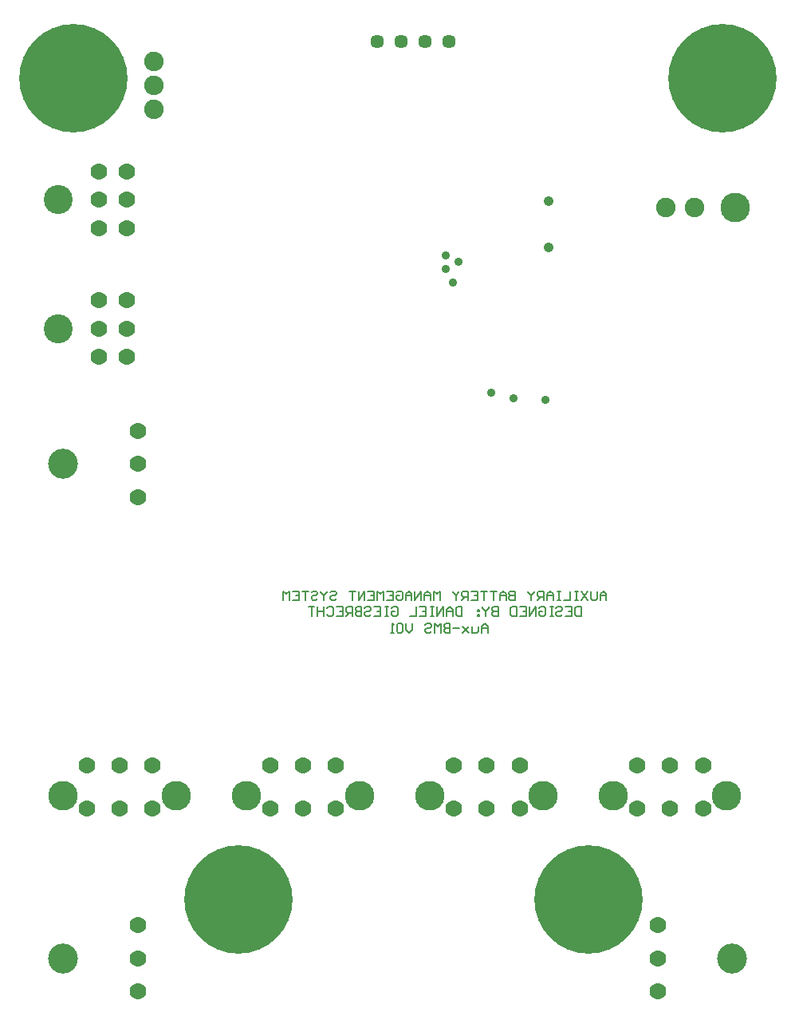
<source format=gbs>
G04 Layer_Color=16711935*
%FSLAX25Y25*%
%MOIN*%
G70*
G01*
G75*
%ADD76C,0.00787*%
%ADD90C,0.03450*%
%ADD135C,0.12300*%
%ADD136C,0.06993*%
%ADD137C,0.08174*%
%ADD138C,0.12505*%
%ADD139C,0.12111*%
%ADD140C,0.05700*%
%ADD141C,0.04237*%
%ADD142C,0.45276*%
D76*
X480807Y261239D02*
Y263862D01*
X479495Y265174D01*
X478183Y263862D01*
Y261239D01*
Y263207D01*
X480807D01*
X476871Y265174D02*
Y261895D01*
X476215Y261239D01*
X474903D01*
X474248Y261895D01*
Y265174D01*
X472936D02*
X470312Y261239D01*
Y265174D02*
X472936Y261239D01*
X469000Y265174D02*
X467688D01*
X468344D01*
Y261239D01*
X469000D01*
X467688D01*
X465720Y265174D02*
Y261239D01*
X463096D01*
X461784Y265174D02*
X460472D01*
X461128D01*
Y261239D01*
X461784D01*
X460472D01*
X458505D02*
Y263862D01*
X457193Y265174D01*
X455881Y263862D01*
Y261239D01*
Y263207D01*
X458505D01*
X454569Y261239D02*
Y265174D01*
X452601D01*
X451945Y264518D01*
Y263207D01*
X452601Y262550D01*
X454569D01*
X453257D02*
X451945Y261239D01*
X450633Y265174D02*
Y264518D01*
X449321Y263207D01*
X448009Y264518D01*
Y265174D01*
X449321Y263207D02*
Y261239D01*
X442762Y265174D02*
Y261239D01*
X440794D01*
X440138Y261895D01*
Y262550D01*
X440794Y263207D01*
X442762D01*
X440794D01*
X440138Y263862D01*
Y264518D01*
X440794Y265174D01*
X442762D01*
X438826Y261239D02*
Y263862D01*
X437514Y265174D01*
X436202Y263862D01*
Y261239D01*
Y263207D01*
X438826D01*
X434890Y265174D02*
X432266D01*
X433578D01*
Y261239D01*
X430954Y265174D02*
X428331D01*
X429642D01*
Y261239D01*
X424395Y265174D02*
X427019D01*
Y261239D01*
X424395D01*
X427019Y263207D02*
X425707D01*
X423083Y261239D02*
Y265174D01*
X421115D01*
X420459Y264518D01*
Y263207D01*
X421115Y262550D01*
X423083D01*
X421771D02*
X420459Y261239D01*
X419147Y265174D02*
Y264518D01*
X417835Y263207D01*
X416523Y264518D01*
Y265174D01*
X417835Y263207D02*
Y261239D01*
X411276D02*
Y265174D01*
X409964Y263862D01*
X408652Y265174D01*
Y261239D01*
X407340D02*
Y263862D01*
X406028Y265174D01*
X404716Y263862D01*
Y261239D01*
Y263207D01*
X407340D01*
X403404Y261239D02*
Y265174D01*
X400780Y261239D01*
Y265174D01*
X399468Y261239D02*
Y263862D01*
X398157Y265174D01*
X396845Y263862D01*
Y261239D01*
Y263207D01*
X399468D01*
X392909Y264518D02*
X393565Y265174D01*
X394877D01*
X395533Y264518D01*
Y261895D01*
X394877Y261239D01*
X393565D01*
X392909Y261895D01*
Y263207D01*
X394221D01*
X388973Y265174D02*
X391597D01*
Y261239D01*
X388973D01*
X391597Y263207D02*
X390285D01*
X387661Y261239D02*
Y265174D01*
X386349Y263862D01*
X385037Y265174D01*
Y261239D01*
X381102Y265174D02*
X383726D01*
Y261239D01*
X381102D01*
X383726Y263207D02*
X382414D01*
X379790Y261239D02*
Y265174D01*
X377166Y261239D01*
Y265174D01*
X375854D02*
X373230D01*
X374542D01*
Y261239D01*
X365359Y264518D02*
X366015Y265174D01*
X367327D01*
X367983Y264518D01*
Y263862D01*
X367327Y263207D01*
X366015D01*
X365359Y262550D01*
Y261895D01*
X366015Y261239D01*
X367327D01*
X367983Y261895D01*
X364047Y265174D02*
Y264518D01*
X362735Y263207D01*
X361423Y264518D01*
Y265174D01*
X362735Y263207D02*
Y261239D01*
X357487Y264518D02*
X358143Y265174D01*
X359455D01*
X360111Y264518D01*
Y263862D01*
X359455Y263207D01*
X358143D01*
X357487Y262550D01*
Y261895D01*
X358143Y261239D01*
X359455D01*
X360111Y261895D01*
X356175Y265174D02*
X353552D01*
X354863D01*
Y261239D01*
X349616Y265174D02*
X352240D01*
Y261239D01*
X349616D01*
X352240Y263207D02*
X350928D01*
X348304Y261239D02*
Y265174D01*
X346992Y263862D01*
X345680Y265174D01*
Y261239D01*
X470312Y258562D02*
Y254626D01*
X468344D01*
X467688Y255282D01*
Y257906D01*
X468344Y258562D01*
X470312D01*
X463752D02*
X466376D01*
Y254626D01*
X463752D01*
X466376Y256594D02*
X465064D01*
X459817Y257906D02*
X460472Y258562D01*
X461784D01*
X462440Y257906D01*
Y257250D01*
X461784Y256594D01*
X460472D01*
X459817Y255938D01*
Y255282D01*
X460472Y254626D01*
X461784D01*
X462440Y255282D01*
X458505Y258562D02*
X457193D01*
X457849D01*
Y254626D01*
X458505D01*
X457193D01*
X452601Y257906D02*
X453257Y258562D01*
X454569D01*
X455225Y257906D01*
Y255282D01*
X454569Y254626D01*
X453257D01*
X452601Y255282D01*
Y256594D01*
X453913D01*
X451289Y254626D02*
Y258562D01*
X448665Y254626D01*
Y258562D01*
X444730D02*
X447353D01*
Y254626D01*
X444730D01*
X447353Y256594D02*
X446041D01*
X443418Y258562D02*
Y254626D01*
X441450D01*
X440794Y255282D01*
Y257906D01*
X441450Y258562D01*
X443418D01*
X435546D02*
Y254626D01*
X433578D01*
X432922Y255282D01*
Y255938D01*
X433578Y256594D01*
X435546D01*
X433578D01*
X432922Y257250D01*
Y257906D01*
X433578Y258562D01*
X435546D01*
X431610D02*
Y257906D01*
X430298Y256594D01*
X428987Y257906D01*
Y258562D01*
X430298Y256594D02*
Y254626D01*
X427675Y257250D02*
X427019D01*
Y256594D01*
X427675D01*
Y257250D01*
Y255282D02*
X427019D01*
Y254626D01*
X427675D01*
Y255282D01*
X420459Y258562D02*
Y254626D01*
X418491D01*
X417835Y255282D01*
Y257906D01*
X418491Y258562D01*
X420459D01*
X416523Y254626D02*
Y257250D01*
X415211Y258562D01*
X413900Y257250D01*
Y254626D01*
Y256594D01*
X416523D01*
X412588Y254626D02*
Y258562D01*
X409964Y254626D01*
Y258562D01*
X408652D02*
X407340D01*
X407996D01*
Y254626D01*
X408652D01*
X407340D01*
X402748Y258562D02*
X405372D01*
Y254626D01*
X402748D01*
X405372Y256594D02*
X404060D01*
X401436Y258562D02*
Y254626D01*
X398813D01*
X390941Y257906D02*
X391597Y258562D01*
X392909D01*
X393565Y257906D01*
Y255282D01*
X392909Y254626D01*
X391597D01*
X390941Y255282D01*
Y256594D01*
X392253D01*
X389629Y258562D02*
X388317D01*
X388973D01*
Y254626D01*
X389629D01*
X388317D01*
X383726Y258562D02*
X386349D01*
Y254626D01*
X383726D01*
X386349Y256594D02*
X385037D01*
X379790Y257906D02*
X380446Y258562D01*
X381758D01*
X382414Y257906D01*
Y257250D01*
X381758Y256594D01*
X380446D01*
X379790Y255938D01*
Y255282D01*
X380446Y254626D01*
X381758D01*
X382414Y255282D01*
X378478Y258562D02*
Y254626D01*
X376510D01*
X375854Y255282D01*
Y255938D01*
X376510Y256594D01*
X378478D01*
X376510D01*
X375854Y257250D01*
Y257906D01*
X376510Y258562D01*
X378478D01*
X374542Y254626D02*
Y258562D01*
X372574D01*
X371918Y257906D01*
Y256594D01*
X372574Y255938D01*
X374542D01*
X373230D02*
X371918Y254626D01*
X367983Y258562D02*
X370606D01*
Y254626D01*
X367983D01*
X370606Y256594D02*
X369295D01*
X364047Y257906D02*
X364703Y258562D01*
X366015D01*
X366671Y257906D01*
Y255282D01*
X366015Y254626D01*
X364703D01*
X364047Y255282D01*
X362735Y258562D02*
Y254626D01*
Y256594D01*
X360111D01*
Y258562D01*
Y254626D01*
X358799Y258562D02*
X356175D01*
X357487D01*
Y254626D01*
X431201Y247638D02*
Y250262D01*
X429889Y251573D01*
X428577Y250262D01*
Y247638D01*
Y249606D01*
X431201D01*
X427265Y250262D02*
Y248294D01*
X426609Y247638D01*
X424641D01*
Y250262D01*
X423329D02*
X420706Y247638D01*
X422017Y248950D01*
X420706Y250262D01*
X423329Y247638D01*
X419394Y249606D02*
X416770D01*
X415458Y251573D02*
Y247638D01*
X413490D01*
X412834Y248294D01*
Y248950D01*
X413490Y249606D01*
X415458D01*
X413490D01*
X412834Y250262D01*
Y250918D01*
X413490Y251573D01*
X415458D01*
X411522Y247638D02*
Y251573D01*
X410210Y250262D01*
X408898Y251573D01*
Y247638D01*
X404962Y250918D02*
X405618Y251573D01*
X406930D01*
X407586Y250918D01*
Y250262D01*
X406930Y249606D01*
X405618D01*
X404962Y248950D01*
Y248294D01*
X405618Y247638D01*
X406930D01*
X407586Y248294D01*
X399715Y251573D02*
Y248950D01*
X398403Y247638D01*
X397091Y248950D01*
Y251573D01*
X395779Y250918D02*
X395123Y251573D01*
X393811D01*
X393155Y250918D01*
Y248294D01*
X393811Y247638D01*
X395123D01*
X395779Y248294D01*
Y250918D01*
X391843Y247638D02*
X390531D01*
X391187D01*
Y251573D01*
X391843Y250918D01*
D90*
X432579Y348130D02*
D03*
X455413Y344980D02*
D03*
X416535Y393898D02*
D03*
X413583Y405315D02*
D03*
X418899Y402658D02*
D03*
X413583Y399803D02*
D03*
X441929Y345571D02*
D03*
D135*
X377658Y179823D02*
D03*
X330413D02*
D03*
X300984D02*
D03*
X253740D02*
D03*
X454331D02*
D03*
X407087D02*
D03*
X531004D02*
D03*
X483760D02*
D03*
X534547Y425197D02*
D03*
D136*
X367815Y174232D02*
D03*
X354035D02*
D03*
X340256D02*
D03*
X367815Y192342D02*
D03*
X354035D02*
D03*
X340256D02*
D03*
X291142Y174232D02*
D03*
X277362D02*
D03*
X263583D02*
D03*
X291142Y192342D02*
D03*
X277362D02*
D03*
X263583D02*
D03*
X444488Y174232D02*
D03*
X430709D02*
D03*
X416929D02*
D03*
X444488Y192342D02*
D03*
X430709D02*
D03*
X416929D02*
D03*
X521162Y174232D02*
D03*
X507382D02*
D03*
X493603D02*
D03*
X521162Y192342D02*
D03*
X507382D02*
D03*
X493603D02*
D03*
X502224Y125591D02*
D03*
Y111811D02*
D03*
Y98032D02*
D03*
X284882Y98031D02*
D03*
Y111811D02*
D03*
Y125591D02*
D03*
X268602Y374705D02*
D03*
Y362894D02*
D03*
Y386516D02*
D03*
X280413D02*
D03*
Y374705D02*
D03*
Y362894D02*
D03*
X284941Y304430D02*
D03*
Y318210D02*
D03*
Y331989D02*
D03*
X268642Y428642D02*
D03*
Y416831D02*
D03*
Y440453D02*
D03*
X280453D02*
D03*
Y428642D02*
D03*
Y416831D02*
D03*
D137*
X291634Y466476D02*
D03*
Y476476D02*
D03*
Y486476D02*
D03*
X505747Y425197D02*
D03*
X517547D02*
D03*
D138*
X533366Y111811D02*
D03*
X253740Y111811D02*
D03*
X253799Y318210D02*
D03*
D139*
X251594Y374705D02*
D03*
X251634Y428642D02*
D03*
D140*
X414980Y494783D02*
D03*
X404980D02*
D03*
X384980D02*
D03*
X394980D02*
D03*
D141*
X456693Y408799D02*
D03*
Y428012D02*
D03*
D142*
X257874Y479335D02*
D03*
X529232D02*
D03*
X327105Y136319D02*
D03*
X473327D02*
D03*
M02*

</source>
